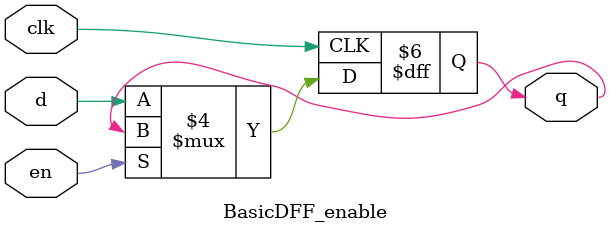
<source format=v>
module BasicDFF_enable(
    input wire clk, en, 
    input d, 
    output reg q //No se ocupa q negada pero si se requiere solo lo agregamos y sera ~q
);
always @(posedge clk) //Cada flanco creciente activarse
    begin
        if (en == 0) q <= d;//Si en esta en bajo, se activa el flip flop
        else q=q; //De lo contrario no cambios
    end
endmodule



</source>
